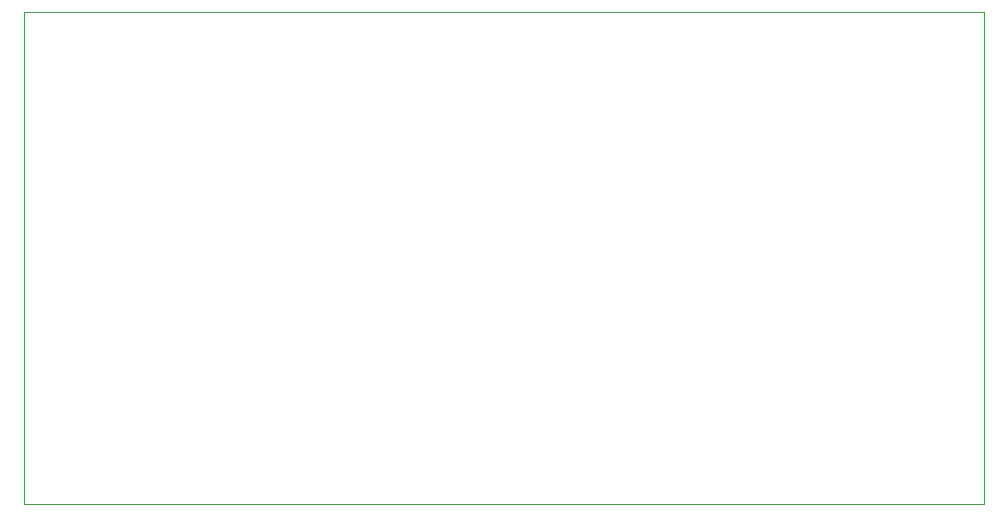
<source format=gbr>
G04 Generated by Ultiboard 14.0 *
%FSLAX24Y24*%
%MOIN*%

%ADD10C,0.0001*%
%ADD11C,0.0001*%


G04 ColorRGB 00FFFF for the following layer *
%LNBoard Outline*%
%LPD*%
G54D10*
G54D11*
X9599Y12299D02*
X41600Y12299D01*
X41600Y28700D01*
X9599Y28700D01*
X9599Y12299D01*

M02*

</source>
